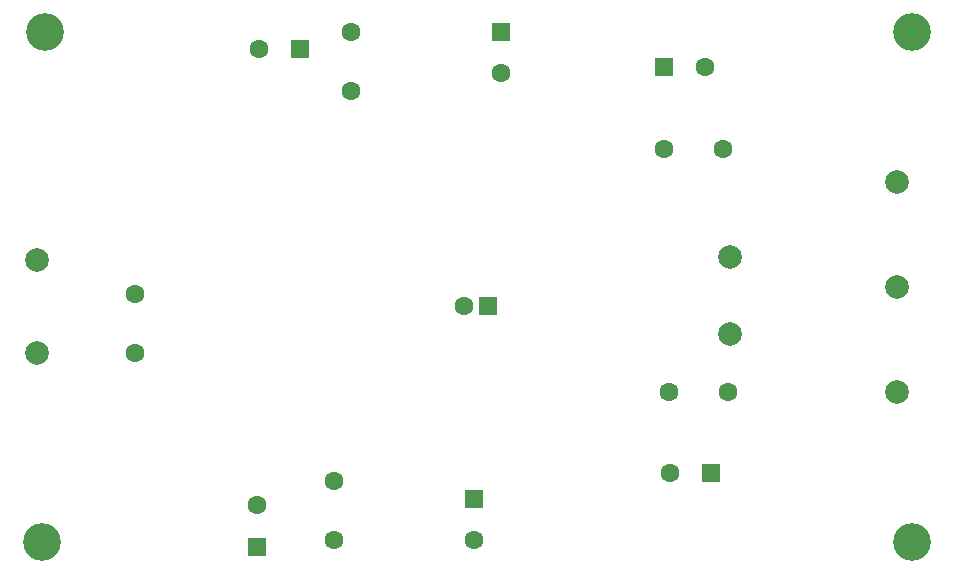
<source format=gbr>
G04 #@! TF.GenerationSoftware,KiCad,Pcbnew,(5.1.8-0-10_14)*
G04 #@! TF.CreationDate,2021-01-02T16:38:02+01:00*
G04 #@! TF.ProjectId,pre-amp-discret,7072652d-616d-4702-9d64-697363726574,rev?*
G04 #@! TF.SameCoordinates,Original*
G04 #@! TF.FileFunction,Soldermask,Bot*
G04 #@! TF.FilePolarity,Negative*
%FSLAX46Y46*%
G04 Gerber Fmt 4.6, Leading zero omitted, Abs format (unit mm)*
G04 Created by KiCad (PCBNEW (5.1.8-0-10_14)) date 2021-01-02 16:38:02*
%MOMM*%
%LPD*%
G01*
G04 APERTURE LIST*
%ADD10C,1.600000*%
%ADD11R,1.600000X1.600000*%
%ADD12C,2.000000*%
%ADD13C,3.200000*%
G04 APERTURE END LIST*
D10*
X182163600Y-103225600D03*
D11*
X178663600Y-103225600D03*
D10*
X162560000Y-143301600D03*
D11*
X162560000Y-139801600D03*
D10*
X164922200Y-103779200D03*
D11*
X164922200Y-100279200D03*
D10*
X161753800Y-123469400D03*
D11*
X163753800Y-123469400D03*
D10*
X144246600Y-140365600D03*
D11*
X144246600Y-143865600D03*
D10*
X144404200Y-101727000D03*
D11*
X147904200Y-101727000D03*
D10*
X179171600Y-137617200D03*
D11*
X182671600Y-137617200D03*
D10*
X150774400Y-138328400D03*
X150774400Y-143328400D03*
X152222200Y-100304600D03*
X152222200Y-105304600D03*
X184133500Y-130810000D03*
X179133500Y-130810000D03*
X178642000Y-110210600D03*
X183642000Y-110210600D03*
D12*
X184302400Y-119354600D03*
X184251600Y-125907800D03*
X198374000Y-121920000D03*
X125603000Y-127508000D03*
X198374000Y-130810000D03*
X125603000Y-119634000D03*
X198374000Y-113030000D03*
D13*
X126238000Y-100330000D03*
X125984000Y-143510000D03*
X199644000Y-143510000D03*
X199644000Y-100330000D03*
D10*
X133858000Y-127491500D03*
X133858000Y-122491500D03*
M02*

</source>
